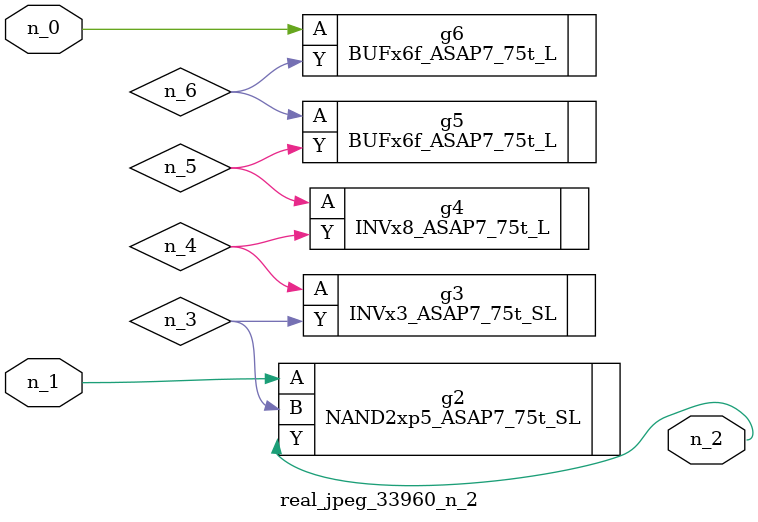
<source format=v>
module real_jpeg_33960_n_2 (n_1, n_0, n_2);

input n_1;
input n_0;

output n_2;

wire n_5;
wire n_4;
wire n_6;
wire n_3;

BUFx6f_ASAP7_75t_L g6 ( 
.A(n_0),
.Y(n_6)
);

NAND2xp5_ASAP7_75t_SL g2 ( 
.A(n_1),
.B(n_3),
.Y(n_2)
);

INVx3_ASAP7_75t_SL g3 ( 
.A(n_4),
.Y(n_3)
);

INVx8_ASAP7_75t_L g4 ( 
.A(n_5),
.Y(n_4)
);

BUFx6f_ASAP7_75t_L g5 ( 
.A(n_6),
.Y(n_5)
);


endmodule
</source>
